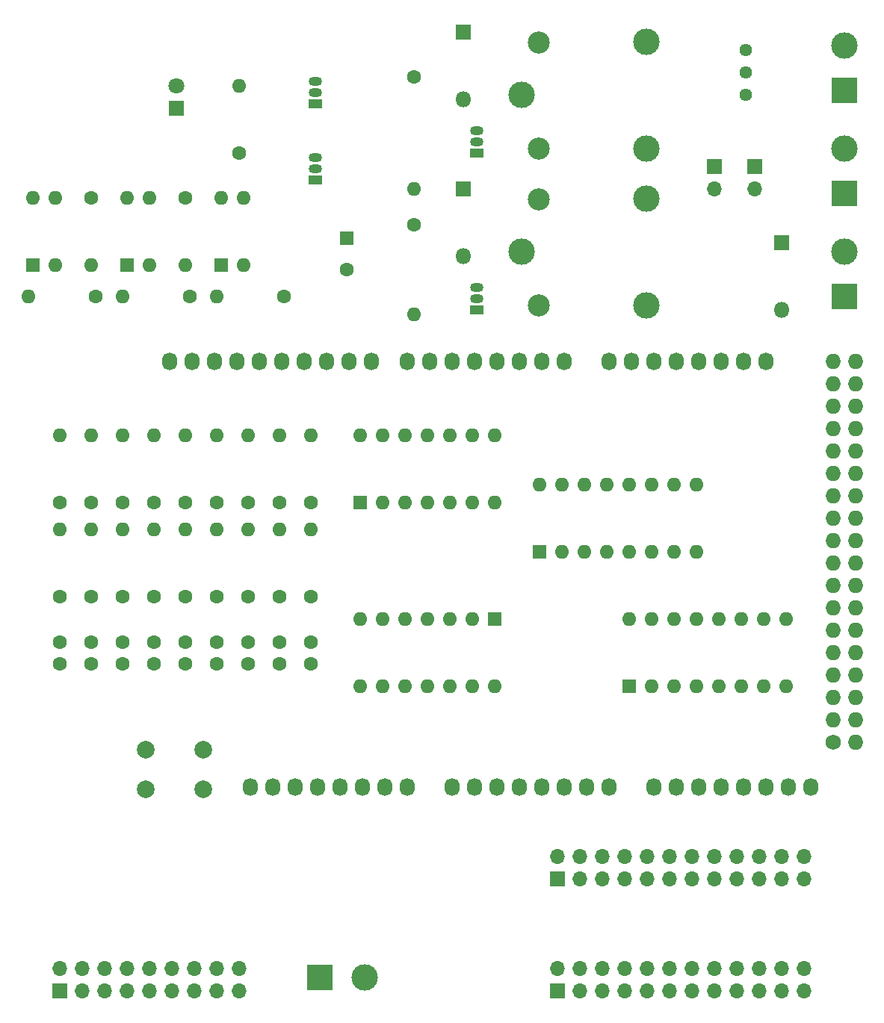
<source format=gbr>
G04 #@! TF.GenerationSoftware,KiCad,Pcbnew,5.1.5+dfsg1-2*
G04 #@! TF.CreationDate,2019-12-30T01:08:29+00:00*
G04 #@! TF.ProjectId,arduino_duo_shield,61726475-696e-46f5-9f64-756f5f736869,rev?*
G04 #@! TF.SameCoordinates,PX6258c20PY7445a00*
G04 #@! TF.FileFunction,Soldermask,Bot*
G04 #@! TF.FilePolarity,Negative*
%FSLAX46Y46*%
G04 Gerber Fmt 4.6, Leading zero omitted, Abs format (unit mm)*
G04 Created by KiCad (PCBNEW 5.1.5+dfsg1-2) date 2019-12-30 01:08:29*
%MOMM*%
%LPD*%
G04 APERTURE LIST*
%ADD10C,1.800000*%
%ADD11R,1.800000X1.800000*%
%ADD12C,3.000000*%
%ADD13C,2.500000*%
%ADD14C,1.600000*%
%ADD15R,1.600000X1.600000*%
%ADD16O,1.600000X1.600000*%
%ADD17C,1.440000*%
%ADD18R,1.500000X1.050000*%
%ADD19O,1.500000X1.050000*%
%ADD20O,1.700000X1.700000*%
%ADD21R,1.700000X1.700000*%
%ADD22R,3.000000X3.000000*%
%ADD23O,1.800000X1.800000*%
%ADD24C,2.000000*%
%ADD25C,1.727200*%
%ADD26O,1.727200X1.727200*%
%ADD27O,1.727200X2.032000*%
G04 APERTURE END LIST*
D10*
X19812000Y82296000D03*
D11*
X19812000Y79756000D03*
D12*
X58928000Y63500000D03*
D13*
X60878000Y69450000D03*
D12*
X73128000Y69500000D03*
X73078000Y57450000D03*
D13*
X60878000Y57450000D03*
D14*
X39116000Y61524000D03*
D15*
X39116000Y65024000D03*
D16*
X14224000Y69596000D03*
X16764000Y61976000D03*
X16764000Y69596000D03*
D15*
X14224000Y61976000D03*
D16*
X3556000Y69596000D03*
X6096000Y61976000D03*
X6096000Y69596000D03*
D15*
X3556000Y61976000D03*
D16*
X24892000Y69596000D03*
X27432000Y61976000D03*
X27432000Y69596000D03*
D15*
X24892000Y61976000D03*
D17*
X84328000Y81280000D03*
X84328000Y83820000D03*
X84328000Y86360000D03*
D16*
X27940000Y32004000D03*
D14*
X27940000Y24384000D03*
D16*
X27940000Y42672000D03*
D14*
X27940000Y35052000D03*
D16*
X31496000Y32004000D03*
D14*
X31496000Y24384000D03*
D16*
X31496000Y42672000D03*
D14*
X31496000Y35052000D03*
D16*
X20828000Y61976000D03*
D14*
X20828000Y69596000D03*
D16*
X10160000Y61976000D03*
D14*
X10160000Y69596000D03*
D16*
X13716000Y58420000D03*
D14*
X21336000Y58420000D03*
D16*
X46736000Y70612000D03*
D14*
X46736000Y83312000D03*
D16*
X3048000Y58420000D03*
D14*
X10668000Y58420000D03*
D16*
X26924000Y82296000D03*
D14*
X26924000Y74676000D03*
D16*
X35052000Y32004000D03*
D14*
X35052000Y24384000D03*
D16*
X35052000Y42672000D03*
D14*
X35052000Y35052000D03*
D16*
X24384000Y58420000D03*
D14*
X32004000Y58420000D03*
D16*
X6604000Y32004000D03*
D14*
X6604000Y24384000D03*
D16*
X6604000Y42672000D03*
D14*
X6604000Y35052000D03*
D16*
X10160000Y32004000D03*
D14*
X10160000Y24384000D03*
D16*
X10160000Y42672000D03*
D14*
X10160000Y35052000D03*
D16*
X13716000Y32004000D03*
D14*
X13716000Y24384000D03*
D16*
X13716000Y42672000D03*
D14*
X13716000Y35052000D03*
D16*
X17272000Y32004000D03*
D14*
X17272000Y24384000D03*
D16*
X17272000Y42672000D03*
D14*
X17272000Y35052000D03*
D16*
X20828000Y32004000D03*
D14*
X20828000Y24384000D03*
D16*
X20828000Y42672000D03*
D14*
X20828000Y35052000D03*
D16*
X24384000Y32004000D03*
D14*
X24384000Y24384000D03*
D16*
X24384000Y42672000D03*
D14*
X24384000Y35052000D03*
D18*
X53848000Y56896000D03*
D19*
X53848000Y59436000D03*
X53848000Y58166000D03*
D18*
X53848000Y74676000D03*
D19*
X53848000Y77216000D03*
X53848000Y75946000D03*
D18*
X35560000Y80264000D03*
D19*
X35560000Y82804000D03*
X35560000Y81534000D03*
D18*
X35560000Y71628000D03*
D19*
X35560000Y74168000D03*
X35560000Y72898000D03*
D16*
X46736000Y56388000D03*
D14*
X46736000Y66548000D03*
D12*
X58928000Y81280000D03*
D13*
X60878000Y87230000D03*
D12*
X73128000Y87280000D03*
X73078000Y75230000D03*
D13*
X60878000Y75230000D03*
D20*
X80772000Y70612000D03*
D21*
X80772000Y73152000D03*
D20*
X85344000Y70612000D03*
D21*
X85344000Y73152000D03*
D20*
X90932000Y-17780000D03*
X90932000Y-20320000D03*
X88392000Y-17780000D03*
X88392000Y-20320000D03*
X85852000Y-17780000D03*
X85852000Y-20320000D03*
X83312000Y-17780000D03*
X83312000Y-20320000D03*
X80772000Y-17780000D03*
X80772000Y-20320000D03*
X78232000Y-17780000D03*
X78232000Y-20320000D03*
X75692000Y-17780000D03*
X75692000Y-20320000D03*
X73152000Y-17780000D03*
X73152000Y-20320000D03*
X70612000Y-17780000D03*
X70612000Y-20320000D03*
X68072000Y-17780000D03*
X68072000Y-20320000D03*
X65532000Y-17780000D03*
X65532000Y-20320000D03*
X62992000Y-17780000D03*
D21*
X62992000Y-20320000D03*
D12*
X95504000Y63500000D03*
D22*
X95504000Y58420000D03*
D12*
X95504000Y75184000D03*
D22*
X95504000Y70104000D03*
D12*
X95504000Y86868000D03*
D22*
X95504000Y81788000D03*
D20*
X26924000Y-17780000D03*
X26924000Y-20320000D03*
X24384000Y-17780000D03*
X24384000Y-20320000D03*
X21844000Y-17780000D03*
X21844000Y-20320000D03*
X19304000Y-17780000D03*
X19304000Y-20320000D03*
X16764000Y-17780000D03*
X16764000Y-20320000D03*
X14224000Y-17780000D03*
X14224000Y-20320000D03*
X11684000Y-17780000D03*
X11684000Y-20320000D03*
X9144000Y-17780000D03*
X9144000Y-20320000D03*
X6604000Y-17780000D03*
D21*
X6604000Y-20320000D03*
D12*
X41148000Y-18796000D03*
D22*
X36068000Y-18796000D03*
D23*
X88392000Y56896000D03*
D11*
X88392000Y64516000D03*
D23*
X52324000Y62992000D03*
D11*
X52324000Y70612000D03*
D23*
X52324000Y80772000D03*
D11*
X52324000Y88392000D03*
D14*
X27940000Y19264000D03*
X27940000Y16764000D03*
X31496000Y19264000D03*
X31496000Y16764000D03*
X35052000Y19264000D03*
X35052000Y16764000D03*
X6604000Y19264000D03*
X6604000Y16764000D03*
X10160000Y19264000D03*
X10160000Y16764000D03*
X13716000Y19264000D03*
X13716000Y16764000D03*
X17272000Y19264000D03*
X17272000Y16764000D03*
X20828000Y19264000D03*
X20828000Y16764000D03*
X24384000Y19264000D03*
X24384000Y16764000D03*
D24*
X16360000Y2540000D03*
X16360000Y7040000D03*
X22860000Y2540000D03*
X22860000Y7040000D03*
D16*
X60960000Y37084000D03*
X78740000Y29464000D03*
X63500000Y37084000D03*
X76200000Y29464000D03*
X66040000Y37084000D03*
X73660000Y29464000D03*
X68580000Y37084000D03*
X71120000Y29464000D03*
X71120000Y37084000D03*
X68580000Y29464000D03*
X73660000Y37084000D03*
X66040000Y29464000D03*
X76200000Y37084000D03*
X63500000Y29464000D03*
X78740000Y37084000D03*
D15*
X60960000Y29464000D03*
D16*
X71120000Y21844000D03*
X88900000Y14224000D03*
X73660000Y21844000D03*
X86360000Y14224000D03*
X76200000Y21844000D03*
X83820000Y14224000D03*
X78740000Y21844000D03*
X81280000Y14224000D03*
X81280000Y21844000D03*
X78740000Y14224000D03*
X83820000Y21844000D03*
X76200000Y14224000D03*
X86360000Y21844000D03*
X73660000Y14224000D03*
X88900000Y21844000D03*
D15*
X71120000Y14224000D03*
D16*
X40640000Y42672000D03*
X55880000Y35052000D03*
X43180000Y42672000D03*
X53340000Y35052000D03*
X45720000Y42672000D03*
X50800000Y35052000D03*
X48260000Y42672000D03*
X48260000Y35052000D03*
X50800000Y42672000D03*
X45720000Y35052000D03*
X53340000Y42672000D03*
X43180000Y35052000D03*
X55880000Y42672000D03*
D15*
X40640000Y35052000D03*
D16*
X55880000Y14224000D03*
X40640000Y21844000D03*
X53340000Y14224000D03*
X43180000Y21844000D03*
X50800000Y14224000D03*
X45720000Y21844000D03*
X48260000Y14224000D03*
X48260000Y21844000D03*
X45720000Y14224000D03*
X50800000Y21844000D03*
X43180000Y14224000D03*
X53340000Y21844000D03*
X40640000Y14224000D03*
D15*
X55880000Y21844000D03*
D20*
X90932000Y-5080000D03*
X90932000Y-7620000D03*
X88392000Y-5080000D03*
X88392000Y-7620000D03*
X85852000Y-5080000D03*
X85852000Y-7620000D03*
X83312000Y-5080000D03*
X83312000Y-7620000D03*
X80772000Y-5080000D03*
X80772000Y-7620000D03*
X78232000Y-5080000D03*
X78232000Y-7620000D03*
X75692000Y-5080000D03*
X75692000Y-7620000D03*
X73152000Y-5080000D03*
X73152000Y-7620000D03*
X70612000Y-5080000D03*
X70612000Y-7620000D03*
X68072000Y-5080000D03*
X68072000Y-7620000D03*
X65532000Y-5080000D03*
X65532000Y-7620000D03*
X62992000Y-5080000D03*
D21*
X62992000Y-7620000D03*
D25*
X94234000Y7874000D03*
D26*
X96774000Y7874000D03*
X94234000Y10414000D03*
X96774000Y10414000D03*
X94234000Y12954000D03*
X96774000Y12954000D03*
X94234000Y15494000D03*
X96774000Y15494000D03*
X94234000Y18034000D03*
X96774000Y18034000D03*
X94234000Y20574000D03*
X96774000Y20574000D03*
X94234000Y23114000D03*
X96774000Y23114000D03*
X94234000Y25654000D03*
X96774000Y25654000D03*
X94234000Y28194000D03*
X96774000Y28194000D03*
X94234000Y30734000D03*
X96774000Y30734000D03*
X94234000Y33274000D03*
X96774000Y33274000D03*
X94234000Y35814000D03*
X96774000Y35814000D03*
X94234000Y38354000D03*
X96774000Y38354000D03*
X94234000Y40894000D03*
X96774000Y40894000D03*
X94234000Y43434000D03*
X96774000Y43434000D03*
X94234000Y45974000D03*
X96774000Y45974000D03*
X94234000Y48514000D03*
X96774000Y48514000D03*
X94234000Y51054000D03*
X96774000Y51054000D03*
D27*
X28194000Y2794000D03*
X30734000Y2794000D03*
X33274000Y2794000D03*
X35814000Y2794000D03*
X38354000Y2794000D03*
X40894000Y2794000D03*
X43434000Y2794000D03*
X45974000Y2794000D03*
X51054000Y2794000D03*
X53594000Y2794000D03*
X56134000Y2794000D03*
X58674000Y2794000D03*
X61214000Y2794000D03*
X63754000Y2794000D03*
X66294000Y2794000D03*
X68834000Y2794000D03*
X73914000Y2794000D03*
X76454000Y2794000D03*
X78994000Y2794000D03*
X81534000Y2794000D03*
X84074000Y2794000D03*
X86614000Y2794000D03*
X89154000Y2794000D03*
X91694000Y2794000D03*
X19050000Y51054000D03*
X21590000Y51054000D03*
X24130000Y51054000D03*
X26670000Y51054000D03*
X29210000Y51054000D03*
X31750000Y51054000D03*
X34290000Y51054000D03*
X36830000Y51054000D03*
X39370000Y51054000D03*
X41910000Y51054000D03*
X45974000Y51054000D03*
X48514000Y51054000D03*
X51054000Y51054000D03*
X53594000Y51054000D03*
X56134000Y51054000D03*
X58674000Y51054000D03*
X61214000Y51054000D03*
X63754000Y51054000D03*
X68834000Y51054000D03*
X71374000Y51054000D03*
X73914000Y51054000D03*
X76454000Y51054000D03*
X78994000Y51054000D03*
X81534000Y51054000D03*
X84074000Y51054000D03*
X86614000Y51054000D03*
M02*

</source>
